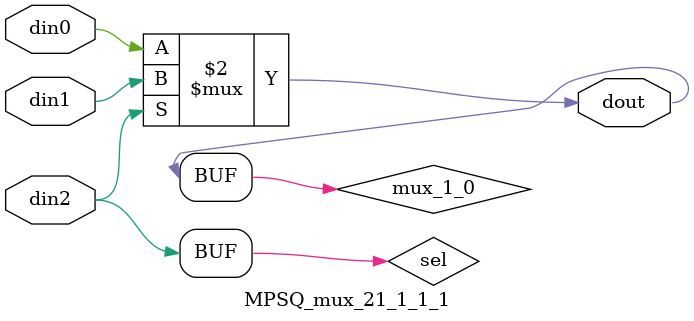
<source format=v>

`timescale 1ns/1ps

module MPSQ_mux_21_1_1_1 #(
parameter
    ID                = 0,
    NUM_STAGE         = 1,
    din0_WIDTH       = 32,
    din1_WIDTH       = 32,
    din2_WIDTH         = 32,
    dout_WIDTH            = 32
)(
    input  [0 : 0]     din0,
    input  [0 : 0]     din1,
    input  [0 : 0]    din2,
    output [0 : 0]   dout);

// puts internal signals
wire [0 : 0]     sel;
// level 1 signals
wire [0 : 0]         mux_1_0;

assign sel = din2;

// Generate level 1 logic
assign mux_1_0 = (sel[0] == 0)? din0 : din1;

// output logic
assign dout = mux_1_0;

endmodule

</source>
